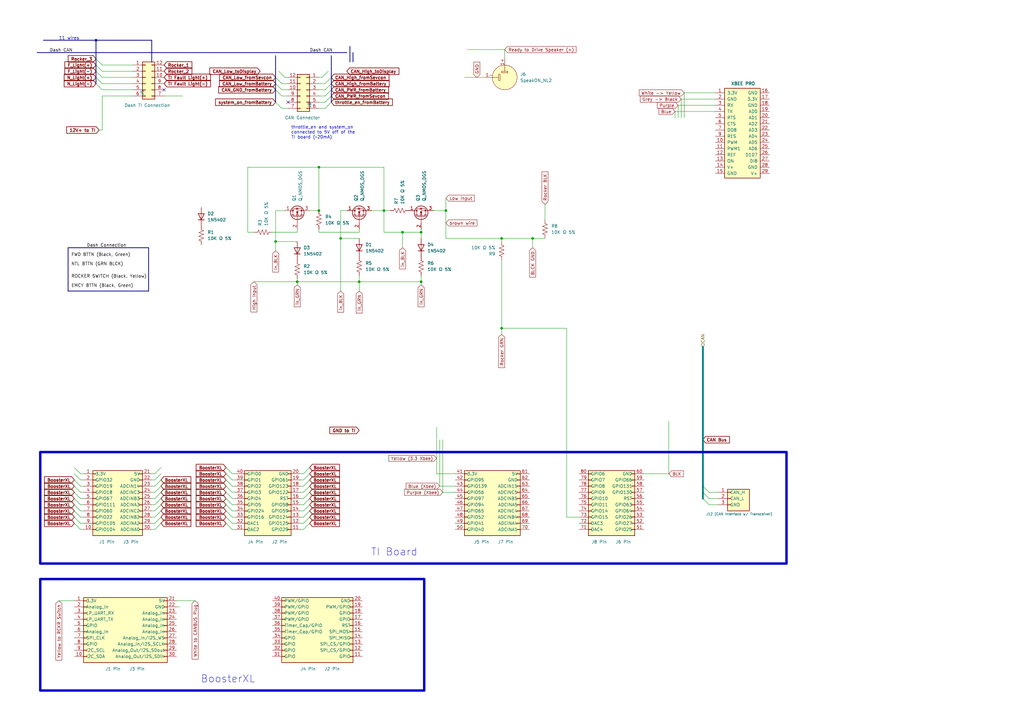
<source format=kicad_sch>
(kicad_sch (version 20230121) (generator eeschema)
  (paper "A3")
  (lib_symbols
    (symbol "Conn_02x06_Counter_Clockwise_1" (pin_names (offset 1.016))
      (property "Value" "J1 Pin	J3 Pin" (at -6.35 -22.86 0))
      (symbol "Conn_02x06_Counter_Clockwise_1_1_1"
        (pin passive line (at -12.7 5.08 0) (length 3.81) (name "3.3V") (number "1"))
        (pin passive line (at -12.7 -17.78 0) (length 3.81) (name "GPIO104") (number "10"))
        (pin passive line (at -12.7 2.54 0) (length 3.81) (name "GPIO32") (number "2"))
        (pin passive line (at 15.24 5.08 180) (length 3.81) (name "5V") (number "21"))
        (pin passive line (at 15.24 2.54 180) (length 3.81) (name "GND") (number "22"))
        (pin passive line (at 15.24 0 180) (length 3.81) (name "ADCIN14") (number "23"))
        (pin passive line (at 15.24 -2.54 180) (length 3.81) (name "ADCINC3") (number "24"))
        (pin passive line (at 15.24 -5.08 180) (length 3.81) (name "ADCINB3") (number "25"))
        (pin passive line (at 15.24 -7.62 180) (length 3.81) (name "ADCINA3") (number "26"))
        (pin passive line (at 15.24 -10.16 180) (length 3.81) (name "ADCINC2") (number "27"))
        (pin passive line (at 15.24 -12.7 180) (length 3.81) (name "ADCINB2") (number "28"))
        (pin passive line (at 15.24 -15.24 180) (length 3.81) (name "ADCINA2") (number "29"))
        (pin passive line (at -12.7 0 0) (length 3.81) (name "GPIO19") (number "3"))
        (pin passive line (at 15.24 -17.78 180) (length 3.81) (name "ADCINA0") (number "30"))
        (pin passive line (at -12.7 -2.54 0) (length 3.81) (name "GPIO18") (number "4"))
        (pin passive line (at -12.7 -5.08 0) (length 3.81) (name "GPIO67") (number "5"))
        (pin passive line (at -12.7 -7.62 0) (length 3.81) (name "GPIO111") (number "6"))
        (pin passive line (at -12.7 -10.16 0) (length 3.81) (name "GPIO60") (number "7"))
        (pin passive line (at -12.7 -12.7 0) (length 3.81) (name "GPIO22") (number "8"))
        (pin passive line (at -12.7 -15.24 0) (length 3.81) (name "GPIO105") (number "9"))
      )
    )
    (symbol "Conn_02x06_Counter_Clockwise_2" (pin_names (offset 1.016))
      (property "Value" "J4 Pin	J2 Pin" (at -11.43 -22.86 0))
      (symbol "Conn_02x06_Counter_Clockwise_2_1_1"
        (pin passive line (at 10.16 -17.78 180) (length 3.81) (name "GPIO29") (number "11"))
        (pin passive line (at 10.16 -15.24 180) (length 3.81) (name "GPIO125") (number "12"))
        (pin passive line (at 10.16 -12.7 180) (length 3.81) (name "GPIO124") (number "13"))
        (pin passive line (at 10.16 -10.16 180) (length 3.81) (name "GPIO59") (number "14"))
        (pin passive line (at 10.16 -7.62 180) (length 3.81) (name "GPIO58") (number "15"))
        (pin passive line (at 10.16 -5.08 180) (length 3.81) (name "RST") (number "16"))
        (pin passive line (at 10.16 -2.54 180) (length 3.81) (name "GPIO122") (number "17"))
        (pin passive line (at 10.16 0 180) (length 3.81) (name "GPIO123") (number "18"))
        (pin passive line (at 10.16 2.54 180) (length 3.81) (name "GPIO61") (number "19"))
        (pin passive line (at 10.16 5.08 180) (length 3.81) (name "GND") (number "20"))
        (pin passive line (at -16.51 -17.78 0) (length 3.81) (name "DAC2") (number "31"))
        (pin passive line (at -16.51 -15.24 0) (length 3.81) (name "DAC1") (number "32"))
        (pin passive line (at -16.51 -12.7 0) (length 3.81) (name "GPIO16") (number "33"))
        (pin passive line (at -16.51 -10.16 0) (length 3.81) (name "GPIO24") (number "34"))
        (pin passive line (at -16.51 -7.62 0) (length 3.81) (name "GPIO5") (number "35"))
        (pin passive line (at -16.51 -5.08 0) (length 3.81) (name "GPIO4") (number "36"))
        (pin passive line (at -16.51 -2.54 0) (length 3.81) (name "GPIO3") (number "37"))
        (pin passive line (at -16.51 0 0) (length 3.81) (name "GPIO2") (number "38"))
        (pin passive line (at -16.51 2.54 0) (length 3.81) (name "GPIO1") (number "39"))
        (pin passive line (at -16.51 5.08 0) (length 3.81) (name "GPIO0") (number "40"))
      )
    )
    (symbol "Conn_02x06_Counter_Clockwise_3" (pin_names (offset 1.016))
      (property "Value" "J5 Pin	J7 Pin" (at -13.97 -22.86 0))
      (symbol "Conn_02x06_Counter_Clockwise_3_1_1"
        (pin passive line (at -21.59 5.08 0) (length 3.81) (name "3.3V") (number "41"))
        (pin passive line (at -21.59 2.54 0) (length 3.81) (name "GPIO95") (number "42"))
        (pin passive line (at -21.59 0 0) (length 3.81) (name "GPIO139") (number "43"))
        (pin passive line (at -21.59 -2.54 0) (length 3.81) (name "GPIO56") (number "44"))
        (pin passive line (at -21.59 -5.08 0) (length 3.81) (name "GPIO97") (number "45"))
        (pin passive line (at -21.59 -7.62 0) (length 3.81) (name "GPIO94") (number "46"))
        (pin passive line (at -21.59 -10.16 0) (length 3.81) (name "GPIO65") (number "47"))
        (pin passive line (at -21.59 -12.7 0) (length 3.81) (name "GPIO52") (number "48"))
        (pin passive line (at -21.59 -15.24 0) (length 3.81) (name "GPIO41") (number "49"))
        (pin passive line (at -21.59 -17.78 0) (length 3.81) (name "GPIO40") (number "50"))
        (pin passive line (at 8.89 5.08 180) (length 3.81) (name "5V") (number "61"))
        (pin passive line (at 8.89 2.54 180) (length 3.81) (name "GND") (number "62"))
        (pin passive line (at 8.89 0 180) (length 3.81) (name "ADCIN15") (number "63"))
        (pin passive line (at 8.89 -2.54 180) (length 3.81) (name "ADCINC5") (number "64"))
        (pin passive line (at 8.89 -5.08 180) (length 3.81) (name "ADCINB5") (number "65"))
        (pin passive line (at 8.89 -7.62 180) (length 3.81) (name "ADCINA5") (number "66"))
        (pin passive line (at 8.89 -10.16 180) (length 3.81) (name "ADCINC4") (number "67"))
        (pin passive line (at 8.89 -12.7 180) (length 3.81) (name "ADCINB4") (number "68"))
        (pin passive line (at 8.89 -15.24 180) (length 3.81) (name "ADCINA4") (number "69"))
        (pin passive line (at 8.89 -17.78 180) (length 3.81) (name "ADCINA1") (number "70"))
      )
    )
    (symbol "Conn_02x06_Counter_Clockwise_4" (pin_names (offset 1.016))
      (property "Value" "J8 Pin	J6 Pin" (at -10.16 -22.86 0))
      (symbol "Conn_02x06_Counter_Clockwise_4_1_1"
        (pin passive line (at 11.43 -17.78 180) (length 3.81) (name "GPIO25") (number "51"))
        (pin passive line (at 11.43 -15.24 180) (length 3.81) (name "GPIO27") (number "52"))
        (pin passive line (at 11.43 -12.7 180) (length 3.81) (name "GPIO26") (number "53"))
        (pin passive line (at 11.43 -10.16 180) (length 3.81) (name "GPIO64") (number "54"))
        (pin passive line (at 11.43 -7.62 180) (length 3.81) (name "GPIO63") (number "55"))
        (pin passive line (at 11.43 -5.08 180) (length 3.81) (name "RST") (number "56"))
        (pin passive line (at 11.43 -2.54 180) (length 3.81) (name "GPIO130") (number "57"))
        (pin passive line (at 11.43 0 180) (length 3.81) (name "GPIO131") (number "58"))
        (pin passive line (at 11.43 2.54 180) (length 3.81) (name "GPIO66") (number "59"))
        (pin passive line (at 11.43 5.08 180) (length 3.81) (name "GND") (number "60"))
        (pin passive line (at -15.24 -17.78 0) (length 3.81) (name "DAC4") (number "71"))
        (pin passive line (at -15.24 -15.24 0) (length 3.81) (name "DAC3") (number "72"))
        (pin passive line (at -15.24 -12.7 0) (length 3.81) (name "GPIO15") (number "73"))
        (pin passive line (at -15.24 -10.16 0) (length 3.81) (name "GPIO14") (number "74"))
        (pin passive line (at -15.24 -7.62 0) (length 3.81) (name "GPIO11") (number "75"))
        (pin passive line (at -15.24 -5.08 0) (length 3.81) (name "GPIO10") (number "76"))
        (pin passive line (at -15.24 -2.54 0) (length 3.81) (name "GPIO9") (number "77"))
        (pin passive line (at -15.24 0 0) (length 3.81) (name "GPIO8") (number "78"))
        (pin passive line (at -15.24 2.54 0) (length 3.81) (name "GPIO7") (number "79"))
        (pin passive line (at -15.24 5.08 0) (length 3.81) (name "GPIO6") (number "80"))
      )
    )
    (symbol "Conn_02x06_Counter_Clockwise_5" (pin_names (offset 1.016))
      (property "Value" "J12 (CAN Interface w/ Transceiver)" (at -20.32 -3.81 0))
      (symbol "Conn_02x06_Counter_Clockwise_5_1_1"
        (pin passive line (at -15.24 5.08 0) (length 3.81) (name "CAN_H") (number "1"))
        (pin passive line (at -15.24 2.54 0) (length 3.81) (name "CAN_L") (number "2"))
        (pin passive line (at -15.24 0 0) (length 3.81) (name "GND") (number "3"))
      )
    )
    (symbol "Conn_02x06_Counter_Clockwise_6" (pin_names (offset 1.016))
      (property "Value" "XBEE PRO" (at -5.08 20.32 0))
      (symbol "Conn_02x06_Counter_Clockwise_6_1_1"
        (pin passive line (at -11.43 16.51 0) (length 3.81) (name "3.3V") (number "1"))
        (pin passive line (at -11.43 -3.81 0) (length 3.81) (name "PWM") (number "10"))
        (pin passive line (at -11.43 -6.35 0) (length 3.81) (name "PWM1") (number "11"))
        (pin passive line (at -11.43 -8.89 0) (length 3.81) (name "REF") (number "12"))
        (pin passive line (at -11.43 -11.43 0) (length 3.81) (name "ON") (number "13"))
        (pin passive line (at -11.43 -13.97 0) (length 3.81) (name "V+") (number "14"))
        (pin passive line (at -11.43 -16.51 0) (length 3.81) (name "GND") (number "15"))
        (pin passive line (at 10.795 16.51 180) (length 3.81) (name "GND") (number "16"))
        (pin passive line (at 10.795 13.97 180) (length 3.81) (name "3.3V") (number "17"))
        (pin passive line (at 10.795 11.43 180) (length 3.81) (name "GND") (number "18"))
        (pin passive line (at 10.795 8.89 180) (length 3.81) (name "AD0") (number "19"))
        (pin passive line (at -11.43 13.97 0) (length 3.81) (name "GND") (number "2"))
        (pin passive line (at 10.795 6.35 180) (length 3.81) (name "AD1") (number "20"))
        (pin passive line (at 10.795 3.81 180) (length 3.81) (name "AD2") (number "21"))
        (pin passive line (at 10.795 1.27 180) (length 3.81) (name "AD3") (number "22"))
        (pin passive line (at 10.795 -1.27 180) (length 3.81) (name "AD4") (number "23"))
        (pin passive line (at 10.795 -3.81 180) (length 3.81) (name "AD5") (number "24"))
        (pin passive line (at 10.795 -6.35 180) (length 3.81) (name "AD6") (number "25"))
        (pin passive line (at 10.795 -8.89 180) (length 3.81) (name "D107") (number "26"))
        (pin passive line (at 10.795 -11.43 180) (length 3.81) (name "DI8") (number "27"))
        (pin passive line (at 10.795 -13.97 180) (length 3.81) (name "GND") (number "28"))
        (pin passive line (at 10.795 -16.51 180) (length 3.81) (name "V+") (number "29"))
        (pin passive line (at -11.43 11.43 0) (length 3.81) (name "RX") (number "3"))
        (pin passive line (at -11.43 8.89 0) (length 3.81) (name "TX") (number "4"))
        (pin passive line (at -11.43 6.35 0) (length 3.81) (name "RTS") (number "5"))
        (pin passive line (at -11.43 3.81 0) (length 3.81) (name "CTS") (number "6"))
        (pin passive line (at -11.43 1.27 0) (length 3.81) (name "DO8") (number "7"))
        (pin passive line (at -11.43 -1.27 0) (length 3.81) (name "RES") (number "9"))
      )
    )
    (symbol "Conn_02x06_Counter_Clockwise_7" (pin_names (offset 1.016))
      (property "Value" "J4 Pin	J2 Pin" (at -15.24 -22.86 0))
      (symbol "Conn_02x06_Counter_Clockwise_7_1_1"
        (pin passive line (at 10.16 -17.78 180) (length 3.81) (name "GPIO") (number "11"))
        (pin passive line (at 10.16 -15.24 180) (length 3.81) (name "SPI_CS/GPIO") (number "12"))
        (pin passive line (at 10.16 -12.7 180) (length 3.81) (name "SPI_CS/GPIO") (number "13"))
        (pin passive line (at 10.16 -10.16 180) (length 3.81) (name "SPI_MISO") (number "14"))
        (pin passive line (at 10.16 -7.62 180) (length 3.81) (name "SPI_MOSI") (number "15"))
        (pin passive line (at 10.16 -5.08 180) (length 3.81) (name "RST") (number "16"))
        (pin passive line (at 10.16 -2.54 180) (length 3.81) (name "GPIO") (number "17"))
        (pin passive line (at 10.16 0 180) (length 3.81) (name "GPIO") (number "18"))
        (pin passive line (at 10.16 2.54 180) (length 3.81) (name "PWM/GPIO") (number "19"))
        (pin passive line (at 10.16 5.08 180) (length 3.81) (name "GND") (number "20"))
        (pin passive line (at -26.67 -17.78 0) (length 3.81) (name "GPIO") (number "31"))
        (pin passive line (at -26.67 -15.24 0) (length 3.81) (name "GPIO") (number "32"))
        (pin passive line (at -26.67 -12.7 0) (length 3.81) (name "GPIO") (number "33"))
        (pin passive line (at -26.67 -10.16 0) (length 3.81) (name "GPIO") (number "34"))
        (pin passive line (at -26.67 -7.62 0) (length 3.81) (name "Timer_Cap/GPIO") (number "35"))
        (pin passive line (at -26.67 -5.08 0) (length 3.81) (name "Timer_Cap/GPIO") (number "36"))
        (pin passive line (at -26.67 -2.54 0) (length 3.81) (name "PWM/GPIO") (number "37"))
        (pin passive line (at -26.67 0 0) (length 3.81) (name "PWM/GPIO") (number "38"))
        (pin passive line (at -26.67 2.54 0) (length 3.81) (name "PWM/GPIO") (number "39"))
        (pin passive line (at -26.67 5.08 0) (length 3.81) (name "PWM/GPIO") (number "40"))
      )
    )
    (symbol "Conn_02x06_Counter_Clockwise_8" (pin_names (offset 1.016))
      (property "Value" "J1 Pin	J3 Pin" (at 0 -22.86 0))
      (symbol "Conn_02x06_Counter_Clockwise_8_1_1"
        (pin passive line (at -12.7 5.08 0) (length 3.81) (name "3.3V") (number "1"))
        (pin passive line (at -12.7 -17.78 0) (length 3.81) (name "I2C_SDA") (number "10"))
        (pin passive line (at -12.7 2.54 0) (length 3.81) (name "Analog_In") (number "2"))
        (pin passive line (at 29.21 5.08 180) (length 3.81) (name "5V") (number "21"))
        (pin passive line (at 29.21 2.54 180) (length 3.81) (name "GND") (number "22"))
        (pin passive line (at 29.21 0 180) (length 3.81) (name "Analog_In") (number "23"))
        (pin passive line (at 29.21 -2.54 180) (length 3.81) (name "Analog_In") (number "24"))
        (pin passive line (at 29.21 -5.08 180) (length 3.81) (name "Analog_In") (number "25"))
        (pin passive line (at 29.21 -7.62 180) (length 3.81) (name "Analog_In") (number "26"))
        (pin passive line (at 29.21 -10.16 180) (length 3.81) (name "Analog_In/I2S_WS") (number "27"))
        (pin passive line (at 29.21 -12.7 180) (length 3.81) (name "Analog_In/I2S_SCLK") (number "28"))
        (pin passive line (at 29.21 -15.24 180) (length 3.81) (name "Analog_Out/I2S_SDout") (number "29"))
        (pin passive line (at -12.7 0 0) (length 3.81) (name "LP_UART_RX") (number "3"))
        (pin passive line (at 29.21 -17.78 180) (length 3.81) (name "Analog_Out/I2S_SDin") (number "30"))
        (pin passive line (at -12.7 -2.54 0) (length 3.81) (name "LP_UART_TX") (number "4"))
        (pin passive line (at -12.7 -5.08 0) (length 3.81) (name "GPIO") (number "5"))
        (pin passive line (at -12.7 -7.62 0) (length 3.81) (name "Analog_In") (number "6"))
        (pin passive line (at -12.7 -10.16 0) (length 3.81) (name "SPI_CLK") (number "7"))
        (pin passive line (at -12.7 -12.7 0) (length 3.81) (name "GPIO") (number "8"))
        (pin passive line (at -12.7 -15.24 0) (length 3.81) (name "I2C_SCL") (number "9"))
      )
    )
    (symbol "Connector_Audio:SpeakON_NL2" (pin_names hide)
      (property "Reference" "J" (at 2.54 8.89 0))
      (property "Value" "SpeakON_NL2" (at 7.62 6.35 0))
      (symbol "SpeakON_NL2_0_1"
        (pin passive line (at -7.62 0 0) (length 2.54) (name "1-") (number "1-"))
      )
      (symbol "SpeakON_NL2_1_1"
        (pin passive line (at 0 7.62 270) (length 2.54) (name "1+") (number "1+"))
      )
    )
    (symbol "Connector_Generic:Conn_02x06_Counter_Clockwise" (pin_names (offset 1.016) hide)
      (property "Reference" "J" (at 1.27 7.62 0))
      (property "Value" "Conn_02x06_Counter_Clockwise" (at 1.27 -10.16 0))
      (symbol "Conn_02x06_Counter_Clockwise_1_1"
        (pin passive line (at -5.08 5.08 0) (length 3.81) (name "Pin_1") (number "1"))
        (pin passive line (at 7.62 0 180) (length 3.81) (name "Pin_10") (number "10"))
        (pin passive line (at 7.62 2.54 180) (length 3.81) (name "Pin_11") (number "11"))
        (pin passive line (at 7.62 5.08 180) (length 3.81) (name "Pin_12") (number "12"))
        (pin passive line (at -5.08 2.54 0) (length 3.81) (name "Pin_2") (number "2"))
        (pin passive line (at -5.08 0 0) (length 3.81) (name "Pin_3") (number "3"))
        (pin passive line (at -5.08 -2.54 0) (length 3.81) (name "Pin_4") (number "4"))
        (pin passive line (at -5.08 -5.08 0) (length 3.81) (name "Pin_5") (number "5"))
        (pin passive line (at -5.08 -7.62 0) (length 3.81) (name "Pin_6") (number "6"))
        (pin passive line (at 7.62 -7.62 180) (length 3.81) (name "Pin_7") (number "7"))
        (pin passive line (at 7.62 -5.08 180) (length 3.81) (name "Pin_8") (number "8"))
        (pin passive line (at 7.62 -2.54 180) (length 3.81) (name "Pin_9") (number "9"))
      )
    )
    (symbol "Device:Q_NMOS_DGS" (pin_names (offset 0) hide)
      (property "Reference" "Q" (at 5.08 1.27 0))
      (property "Value" "Q_NMOS_DGS" (at 5.08 -1.27 0))
      (symbol "Q_NMOS_DGS_1_1"
        (pin passive line (at 2.54 5.08 270) (length 2.54) (name "D") (number "1"))
        (pin input line (at -5.08 0 0) (length 2.54) (name "G") (number "2"))
        (pin passive line (at 2.54 -5.08 90) (length 2.54) (name "S") (number "3"))
      )
    )
    (symbol "Device:R_US" (pin_numbers hide) (pin_names (offset 0))
      (property "Reference" "R" (at 2.54 0 90))
      (property "Value" "R_US" (at -2.54 0 90))
      (symbol "R_US_1_1"
        (pin passive line (at 0 3.81 270) (length 1.27) (name "~") (number "1"))
        (pin passive line (at 0 -3.81 90) (length 1.27) (name "~") (number "2"))
      )
    )
    (symbol "Diode:1N5402" (pin_numbers hide) (pin_names hide)
      (property "Reference" "D" (at 0 2.54 0))
      (property "Value" "1N5402" (at 0 -2.54 0))
      (symbol "1N5402_1_1"
        (pin passive line (at -3.81 0 0) (length 2.54) (name "K") (number "1"))
        (pin passive line (at 3.81 0 180) (length 2.54) (name "A") (number "2"))
      )
    )
  )
  (junction (at 130.81 86.36))
  (junction (at 172.72 115.57))
  (junction (at 218.44 97.79))
  (junction (at 182.88 86.36))
  (junction (at 39.37 16.51))
  (junction (at 139.7 97.79))
  (junction (at 172.72 95.25))
  (junction (at 130.81 68.58))
  (junction (at 205.74 134.62))
  (junction (at 157.48 86.36))
  (junction (at 205.74 97.79))
  (junction (at 147.32 115.57))
  (junction (at 121.92 115.57))
  (junction (at 113.03 99.06))
  (junction (at 165.1 95.25))
  (no_connect (at 118.11 41.91))
  (no_connect (at 67.31 36.83))
  (bus_entry (at 39.37 29.21) (size 2.54 2.54))
  (bus_entry (at 66.04 204.47) (size -2.54 2.54))
  (bus_entry (at 133.35 39.37) (size 2.54 -2.54))
  (bus_entry (at 66.04 196.85) (size -2.54 2.54))
  (bus_entry (at 39.37 24.13) (size 2.54 2.54))
  (bus_entry (at 39.37 31.75) (size 2.54 2.54))
  (bus_entry (at 116.84 31.75) (size -2.54 -2.54))
  (bus_entry (at 66.04 212.09) (size -2.54 2.54))
  (bus_entry (at 127 201.93) (size -2.54 2.54))
  (bus_entry (at 66.04 194.31) (size -2.54 2.54))
  (bus_entry (at 288.29 201.93) (size 2.54 2.54))
  (bus_entry (at 92.71 212.09) (size 2.54 2.54))
  (bus_entry (at 92.71 191.77) (size 2.54 2.54))
  (bus_entry (at 30.48 196.85) (size 2.54 2.54))
  (bus_entry (at 127 212.09) (size -2.54 2.54))
  (bus_entry (at 66.04 209.55) (size -2.54 2.54))
  (bus_entry (at 288.29 204.47) (size 2.54 2.54))
  (bus_entry (at 133.35 41.91) (size 2.54 -2.54))
  (bus_entry (at 127 209.55) (size -2.54 2.54))
  (bus_entry (at 133.35 34.29) (size 2.54 -2.54))
  (bus_entry (at 92.71 196.85) (size 2.54 2.54))
  (bus_entry (at 92.71 214.63) (size 2.54 2.54))
  (bus_entry (at 92.71 209.55) (size 2.54 2.54))
  (bus_entry (at 30.48 199.39) (size 2.54 2.54))
  (bus_entry (at 30.48 191.77) (size 2.54 2.54))
  (bus_entry (at 127 207.01) (size -2.54 2.54))
  (bus_entry (at 127 214.63) (size -2.54 2.54))
  (bus_entry (at 66.04 207.01) (size -2.54 2.54))
  (bus_entry (at 115.57 36.83) (size -2.54 -2.54))
  (bus_entry (at 39.37 26.67) (size 2.54 2.54))
  (bus_entry (at 132.08 31.75) (size 2.54 -2.54))
  (bus_entry (at 92.71 207.01) (size 2.54 2.54))
  (bus_entry (at 115.57 39.37) (size -2.54 -2.54))
  (bus_entry (at 288.29 199.39) (size 2.54 2.54))
  (bus_entry (at 30.48 194.31) (size 2.54 2.54))
  (bus_entry (at 30.48 207.01) (size 2.54 2.54))
  (bus_entry (at 92.71 194.31) (size 2.54 2.54))
  (bus_entry (at 30.48 204.47) (size 2.54 2.54))
  (bus_entry (at 66.04 191.77) (size -2.54 2.54))
  (bus_entry (at 30.48 214.63) (size 2.54 2.54))
  (bus_entry (at 127 194.31) (size -2.54 2.54))
  (bus_entry (at 115.57 34.29) (size -2.54 -2.54))
  (bus_entry (at 30.48 212.09) (size 2.54 2.54))
  (bus_entry (at 92.71 204.47) (size 2.54 2.54))
  (bus_entry (at 30.48 209.55) (size 2.54 2.54))
  (bus_entry (at 127 196.85) (size -2.54 2.54))
  (bus_entry (at 66.04 199.39) (size -2.54 2.54))
  (bus_entry (at 133.35 36.83) (size 2.54 -2.54))
  (bus_entry (at 92.71 199.39) (size 2.54 2.54))
  (bus_entry (at 127 204.47) (size -2.54 2.54))
  (bus_entry (at 66.04 201.93) (size -2.54 2.54))
  (bus_entry (at 133.35 44.45) (size 2.54 -2.54))
  (bus_entry (at 127 199.39) (size -2.54 2.54))
  (bus_entry (at 30.48 201.93) (size 2.54 2.54))
  (bus_entry (at 127 191.77) (size -2.54 2.54))
  (bus_entry (at 39.37 34.29) (size 2.54 2.54))
  (bus_entry (at 92.71 201.93) (size 2.54 2.54))
  (bus_entry (at 115.57 44.45) (size -2.54 -2.54))
  (bus_entry (at 66.04 214.63) (size -2.54 2.54))
  (wire (pts (xy 113.03 99.06) (xy 121.92 99.06)))
  (wire (pts (xy 118.11 36.83) (xy 115.57 36.83)))
  (wire (pts (xy 123.19 217.17) (xy 124.46 217.17)))
  (bus (pts (xy 39.37 29.21) (xy 39.37 31.75)))
  (bus (pts (xy 39.37 16.51) (xy 39.37 24.13)))
  (wire (pts (xy 101.6 95.25) (xy 101.6 68.58)))
  (wire (pts (xy 186.69 199.39) (xy 180.34 199.39)))
  (bus (pts (xy 113.03 36.83) (xy 113.03 41.91)))
  (wire (pts (xy 33.02 199.39) (xy 34.29 199.39)))
  (wire (pts (xy 123.19 199.39) (xy 124.46 199.39)))
  (wire (pts (xy 33.02 194.31) (xy 34.29 194.31)))
  (wire (pts (xy 172.72 116.84) (xy 172.72 115.57)))
  (wire (pts (xy 293.37 40.64) (xy 279.4 40.64)))
  (wire (pts (xy 95.25 207.01) (xy 96.52 207.01)))
  (wire (pts (xy 237.49 212.09) (xy 232.41 212.09)))
  (wire (pts (xy 123.19 194.31) (xy 124.46 194.31)))
  (wire (pts (xy 290.83 204.47) (xy 294.64 204.47)))
  (wire (pts (xy 33.02 204.47) (xy 34.29 204.47)))
  (wire (pts (xy 62.23 194.31) (xy 63.5 194.31)))
  (bus (pts (xy 288.29 201.93) (xy 288.29 204.47)) (stroke (width 0.75) (color 0 132 132 1)))
  (bus (pts (xy 39.37 24.13) (xy 39.37 26.67)))
  (wire (pts (xy 165.1 95.25) (xy 172.72 95.25)))
  (wire (pts (xy 147.32 95.25) (xy 147.32 93.98)))
  (wire (pts (xy 95.25 201.93) (xy 96.52 201.93)))
  (wire (pts (xy 182.88 86.36) (xy 182.88 97.79)))
  (wire (pts (xy 157.48 86.36) (xy 157.48 95.25)))
  (wire (pts (xy 207.01 24.13) (xy 207.01 20.32)))
  (wire (pts (xy 123.19 196.85) (xy 124.46 196.85)))
  (wire (pts (xy 147.32 115.57) (xy 147.32 113.03)))
  (wire (pts (xy 72.39 248.92) (xy 73.66 248.92)))
  (wire (pts (xy 205.74 137.16) (xy 205.74 134.62)))
  (wire (pts (xy 33.02 201.93) (xy 34.29 201.93)))
  (wire (pts (xy 130.81 93.98) (xy 130.81 95.25)))
  (wire (pts (xy 181.61 180.34) (xy 181.61 201.93)))
  (wire (pts (xy 95.25 194.31) (xy 96.52 194.31)))
  (wire (pts (xy 290.83 207.01) (xy 294.64 207.01)))
  (wire (pts (xy 139.7 97.79) (xy 147.32 97.79)))
  (wire (pts (xy 130.81 36.83) (xy 133.35 36.83)))
  (wire (pts (xy 139.7 86.36) (xy 139.7 97.79)))
  (wire (pts (xy 41.91 29.21) (xy 54.61 29.21)))
  (wire (pts (xy 123.19 207.01) (xy 124.46 207.01)))
  (wire (pts (xy 130.81 44.45) (xy 133.35 44.45)))
  (wire (pts (xy 182.88 86.36) (xy 182.88 81.28)))
  (bus (pts (xy 17.78 16.51) (xy 39.37 16.51)))
  (wire (pts (xy 172.72 115.57) (xy 172.72 113.03)))
  (wire (pts (xy 62.23 209.55) (xy 63.5 209.55)))
  (wire (pts (xy 121.92 95.25) (xy 121.92 93.98)))
  (wire (pts (xy 72.39 246.38) (xy 80.01 246.38)))
  (wire (pts (xy 139.7 86.36) (xy 142.24 86.36)))
  (wire (pts (xy 290.83 201.93) (xy 294.64 201.93)))
  (bus (pts (xy 27.94 101.6) (xy 27.94 119.38)))
  (wire (pts (xy 180.34 180.34) (xy 180.34 199.39)))
  (wire (pts (xy 190.5 31.75) (xy 199.39 31.75)))
  (wire (pts (xy 218.44 101.6) (xy 218.44 97.79)))
  (wire (pts (xy 205.74 99.06) (xy 205.74 97.79)))
  (wire (pts (xy 223.52 83.82) (xy 223.52 90.17)))
  (wire (pts (xy 62.23 204.47) (xy 63.5 204.47)))
  (wire (pts (xy 172.72 95.25) (xy 172.72 93.98)))
  (wire (pts (xy 152.4 86.36) (xy 157.48 86.36)))
  (wire (pts (xy 186.69 201.93) (xy 181.61 201.93)))
  (bus (pts (xy 288.29 199.39) (xy 288.29 201.93)) (stroke (width 0.75) (color 0 132 132 1)))
  (wire (pts (xy 172.72 97.79) (xy 172.72 95.25)))
  (wire (pts (xy 182.88 97.79) (xy 205.74 97.79)))
  (bus (pts (xy 135.89 34.29) (xy 135.89 36.83)))
  (wire (pts (xy 157.48 86.36) (xy 160.02 86.36)))
  (wire (pts (xy 95.25 217.17) (xy 96.52 217.17)))
  (wire (pts (xy 130.81 39.37) (xy 133.35 39.37)))
  (wire (pts (xy 95.25 199.39) (xy 96.52 199.39)))
  (wire (pts (xy 165.1 101.6) (xy 165.1 95.25)))
  (wire (pts (xy 123.19 209.55) (xy 124.46 209.55)))
  (wire (pts (xy 113.03 86.36) (xy 113.03 99.06)))
  (wire (pts (xy 278.13 43.18) (xy 278.13 48.26)))
  (wire (pts (xy 41.91 39.37) (xy 54.61 39.37)))
  (wire (pts (xy 293.37 45.72) (xy 276.86 45.72)))
  (wire (pts (xy 293.37 43.18) (xy 278.13 43.18)))
  (wire (pts (xy 118.11 44.45) (xy 115.57 44.45)))
  (wire (pts (xy 123.19 204.47) (xy 124.46 204.47)))
  (wire (pts (xy 62.23 207.01) (xy 63.5 207.01)))
  (wire (pts (xy 104.14 95.25) (xy 101.6 95.25)))
  (wire (pts (xy 276.86 45.72) (xy 276.86 48.26)))
  (bus (pts (xy 39.37 16.51) (xy 62.23 16.51)))
  (wire (pts (xy 111.76 95.25) (xy 121.92 95.25)))
  (wire (pts (xy 123.19 201.93) (xy 124.46 201.93)))
  (wire (pts (xy 121.92 116.84) (xy 121.92 115.57)))
  (wire (pts (xy 123.19 214.63) (xy 124.46 214.63)))
  (bus (pts (xy 60.96 101.6) (xy 60.96 119.38)))
  (wire (pts (xy 147.32 115.57) (xy 172.72 115.57)))
  (wire (pts (xy 130.81 41.91) (xy 133.35 41.91)))
  (wire (pts (xy 62.23 212.09) (xy 63.5 212.09)))
  (wire (pts (xy 205.74 134.62) (xy 232.41 134.62)))
  (bus (pts (xy 144.78 21.59) (xy 144.78 25.4)))
  (wire (pts (xy 41.91 34.29) (xy 54.61 34.29)))
  (wire (pts (xy 118.11 34.29) (xy 115.57 34.29)))
  (wire (pts (xy 232.41 212.09) (xy 232.41 134.62)))
  (bus (pts (xy 135.89 39.37) (xy 135.89 41.91)))
  (wire (pts (xy 33.02 209.55) (xy 34.29 209.55)))
  (wire (pts (xy 177.8 86.36) (xy 182.88 86.36)))
  (wire (pts (xy 205.74 134.62) (xy 205.74 106.68)))
  (wire (pts (xy 279.4 40.64) (xy 279.4 48.26)))
  (wire (pts (xy 95.25 196.85) (xy 96.52 196.85)))
  (wire (pts (xy 62.23 201.93) (xy 63.5 201.93)))
  (wire (pts (xy 41.91 31.75) (xy 54.61 31.75)))
  (bus (pts (xy 288.29 142.24) (xy 288.29 199.39)) (stroke (width 0.75) (color 0 132 132 1)))
  (wire (pts (xy 33.02 212.09) (xy 34.29 212.09)))
  (wire (pts (xy 62.23 217.17) (xy 63.5 217.17)))
  (wire (pts (xy 179.07 194.31) (xy 186.69 194.31)))
  (wire (pts (xy 121.92 115.57) (xy 147.32 115.57)))
  (wire (pts (xy 33.02 214.63) (xy 34.29 214.63)))
  (wire (pts (xy 123.19 212.09) (xy 124.46 212.09)))
  (wire (pts (xy 157.48 95.25) (xy 165.1 95.25)))
  (wire (pts (xy 157.48 86.36) (xy 157.48 68.58)))
  (wire (pts (xy 95.25 214.63) (xy 96.52 214.63)))
  (wire (pts (xy 113.03 102.87) (xy 113.03 99.06)))
  (wire (pts (xy 139.7 119.38) (xy 139.7 97.79)))
  (wire (pts (xy 130.81 95.25) (xy 147.32 95.25)))
  (wire (pts (xy 41.91 26.67) (xy 54.61 26.67)))
  (wire (pts (xy 41.91 36.83) (xy 54.61 36.83)))
  (wire (pts (xy 130.81 68.58) (xy 130.81 86.36)))
  (wire (pts (xy 74.93 39.37) (xy 67.31 39.37)))
  (wire (pts (xy 62.23 214.63) (xy 63.5 214.63)))
  (wire (pts (xy 121.92 115.57) (xy 121.92 114.3)))
  (bus (pts (xy 113.03 34.29) (xy 113.03 36.83)))
  (bus (pts (xy 39.37 31.75) (xy 39.37 34.29)))
  (wire (pts (xy 147.32 119.38) (xy 147.32 115.57)))
  (wire (pts (xy 33.02 207.01) (xy 34.29 207.01)))
  (wire (pts (xy 205.74 97.79) (xy 218.44 97.79)))
  (wire (pts (xy 280.67 38.1) (xy 280.67 48.26)))
  (wire (pts (xy 101.6 68.58) (xy 130.81 68.58)))
  (wire (pts (xy 40.64 53.34) (xy 41.91 53.34)))
  (wire (pts (xy 62.23 199.39) (xy 63.5 199.39)))
  (wire (pts (xy 118.11 39.37) (xy 115.57 39.37)))
  (bus (pts (xy 143.51 19.05) (xy 143.51 25.4)))
  (wire (pts (xy 118.11 31.75) (xy 116.84 31.75)))
  (wire (pts (xy 62.23 196.85) (xy 63.5 196.85)))
  (bus (pts (xy 60.96 119.38) (xy 27.94 119.38)))
  (bus (pts (xy 27.94 101.6) (xy 60.96 101.6)))
  (wire (pts (xy 130.81 31.75) (xy 132.08 31.75)))
  (wire (pts (xy 274.32 194.31) (xy 274.32 172.72)))
  (bus (pts (xy 135.89 22.86) (xy 135.89 31.75)))
  (wire (pts (xy 95.25 212.09) (xy 96.52 212.09)))
  (wire (pts (xy 33.02 217.17) (xy 34.29 217.17)))
  (wire (pts (xy 95.25 209.55) (xy 96.52 209.55)))
  (wire (pts (xy 218.44 97.79) (xy 223.52 97.79)))
  (bus (pts (xy 62.23 16.51) (xy 62.23 25.4)))
  (wire (pts (xy 191.77 20.32) (xy 207.01 20.32)))
  (wire (pts (xy 33.02 196.85) (xy 34.29 196.85)))
  (bus (pts (xy 135.89 31.75) (xy 135.89 34.29)))
  (wire (pts (xy 95.25 204.47) (xy 96.52 204.47)))
  (wire (pts (xy 116.84 86.36) (xy 113.03 86.36)))
  (wire (pts (xy 41.91 53.34) (xy 41.91 39.37)))
  (wire (pts (xy 130.81 34.29) (xy 133.35 34.29)))
  (wire (pts (xy 280.67 38.1) (xy 293.37 38.1)))
  (bus (pts (xy 15.24 21.59) (xy 142.24 21.59)))
  (bus (pts (xy 39.37 26.67) (xy 39.37 29.21)))
  (wire (pts (xy 130.81 86.36) (xy 127 86.36)))
  (wire (pts (xy 24.13 246.38) (xy 30.48 246.38)))
  (bus (pts (xy 113.03 31.75) (xy 113.03 34.29)))
  (bus (pts (xy 135.89 36.83) (xy 135.89 39.37)))
  (wire (pts (xy 179.07 175.26) (xy 179.07 194.31)))
  (wire (pts (xy 104.14 115.57) (xy 121.92 115.57)))
  (bus (pts (xy 113.03 22.86) (xy 113.03 31.75)))
  (wire (pts (xy 264.16 194.31) (xy 274.32 194.31)))
  (wire (pts (xy 157.48 68.58) (xy 130.81 68.58)))
  (rectangle (start 16.51 185.42) (end 322.58 231.14) (stroke (width 1)))
  (rectangle (start 16.51 237.49) (end 173.99 283.21) (stroke (width 1)))
  (text_box "TI Board" (at 149.86 222.25 0) (size 25.4 7.62) (stroke (width -0.0001)) (effects (font (size 3 3)) (justify left top)))
  (text_box "BoosterXL\n" (at 80.01 274.32 0) (size 25.4 7.62) (stroke (width -0.0001)) (effects (font (size 3 3)) (justify left top)))
  (text_box "" (at 168.91 238.76 0) (size 0 0) (effects (font (size 2.5 2.5)) (justify left top)))
  (text "11 wires" (at 24.13 16.51 0) (effects (font (size 1.27 1.27)) (justify left bottom)))
  (text "throttle_en and system_on\nconnected to 5V off of the\nTI board (~20mA)" (at 119.38 57.15 0) (effects (font (size 1.27 1.27)) (justify left bottom)))
  (label "EMCY BTTN (Black, Green)" (at 29.21 118.11 0))
  (label "Dash Connection" (at 35.56 101.6 0))
  (label "Dash CAN" (at 127 21.59 0))
  (label "NTL BTTN (GRN BLCK)" (at 29.21 109.22 0))
  (label "FWD BTTN (Black, Green)" (at 29.21 105.41 0))
  (label "ROCKER SWITCH (Black, Yellow)" (at 29.21 114.3 0))
  (label "Dash CAN" (at 20.32 21.59 0))
  (global_label "BoosterXL" (shape input) (at 127 207.01 0) (effects (font (thickness 0.254) bold)) (property "Intersheetrefs" "${INTERSHEET_REFS}" (effects hide)))
  (global_label "High Input" (shape input) (at 104.14 115.57 270) (property "Intersheetrefs" "${INTERSHEET_REFS}" (effects hide)))
  (global_label "BoosterXL" (shape input) (at 30.48 209.55 180) (effects (font (thickness 0.254) bold)) (property "Intersheetrefs" "${INTERSHEET_REFS}" (effects hide)))
  (global_label "in_GRN" (shape input) (at 172.72 116.84 270) (property "Intersheetrefs" "${INTERSHEET_REFS}" (effects hide)))
  (global_label "in_BLK" (shape input) (at 165.1 101.6 270) (property "Intersheetrefs" "${INTERSHEET_REFS}" (effects hide)))
  (global_label "CAN_High_toDisplay" (shape input) (at 142.24 29.21 0) (effects (font (thickness 0.254) bold)) (property "Intersheetrefs" "${INTERSHEET_REFS}" (effects hide)))
  (global_label "GND" (shape input) (at 195.58 31.75 90) (property "Intersheetrefs" "${INTERSHEET_REFS}" (effects hide)))
  (global_label "BoosterXL" (shape input) (at 92.71 212.09 180) (effects (font (thickness 0.254) bold)) (property "Intersheetrefs" "${INTERSHEET_REFS}" (effects hide)))
  (global_label "N_Light(-)" (shape input) (at 39.37 34.29 180) (effects (font (thickness 0.254) bold)) (property "Intersheetrefs" "${INTERSHEET_REFS}" (effects hide)))
  (global_label "BoosterXL" (shape input) (at 92.71 214.63 180) (effects (font (thickness 0.254) bold)) (property "Intersheetrefs" "${INTERSHEET_REFS}" (effects hide)))
  (global_label "BoosterXL" (shape input) (at 66.04 209.55 0) (effects (font (thickness 0.254) bold)) (property "Intersheetrefs" "${INTERSHEET_REFS}" (effects hide)))
  (global_label "throttle_en_fromBattery" (shape input) (at 135.89 41.91 0) (effects (font (thickness 0.254) bold)) (property "Intersheetrefs" "${INTERSHEET_REFS}" (effects hide)))
  (global_label "Rocker_1" (shape input) (at 67.31 26.67 0) (effects (font (thickness 0.254) bold)) (property "Intersheetrefs" "${INTERSHEET_REFS}" (effects hide)))
  (global_label "BoosterXL" (shape input) (at 127 199.39 0) (effects (font (thickness 0.254) bold)) (property "Intersheetrefs" "${INTERSHEET_REFS}" (effects hide)))
  (global_label "BoosterXL" (shape input) (at 66.04 199.39 0) (effects (font (thickness 0.254) bold)) (property "Intersheetrefs" "${INTERSHEET_REFS}" (effects hide)))
  (global_label "BoosterXL" (shape input) (at 127 196.85 0) (effects (font (thickness 0.254) bold)) (property "Intersheetrefs" "${INTERSHEET_REFS}" (effects hide)))
  (global_label "CAN_Low_toDisplay" (shape input) (at 106.68 29.21 180) (effects (font (thickness 0.254) bold)) (property "Intersheetrefs" "${INTERSHEET_REFS}" (effects hide)))
  (global_label "CAN_PWR_fromBattery" (shape input) (at 135.89 36.83 0) (effects (font (thickness 0.254) bold)) (property "Intersheetrefs" "${INTERSHEET_REFS}" (effects hide)))
  (global_label "Low input" (shape input) (at 182.88 81.28 0) (property "Intersheetrefs" "${INTERSHEET_REFS}" (effects hide)))
  (global_label "BoosterXL" (shape input) (at 30.48 196.85 180) (effects (font (thickness 0.254) bold)) (property "Intersheetrefs" "${INTERSHEET_REFS}" (effects hide)))
  (global_label "BoosterXL" (shape input) (at 30.48 201.93 180) (effects (font (thickness 0.254) bold)) (property "Intersheetrefs" "${INTERSHEET_REFS}" (effects hide)))
  (global_label "in_BLK" (shape input) (at 139.7 119.38 270) (property "Intersheetrefs" "${INTERSHEET_REFS}" (effects hide)))
  (global_label "BoosterXL" (shape input) (at 66.04 212.09 0) (effects (font (thickness 0.254) bold)) (property "Intersheetrefs" "${INTERSHEET_REFS}" (effects hide)))
  (global_label "CAN_High_fromSevcon" (shape input) (at 135.89 31.75 0) (effects (font (thickness 0.254) bold)) (property "Intersheetrefs" "${INTERSHEET_REFS}" (effects hide)))
  (global_label "in_GRN" (shape input) (at 147.32 119.38 270) (property "Intersheetrefs" "${INTERSHEET_REFS}" (effects hide)))
  (global_label "brown wire" (shape input) (at 182.88 91.44 0) (property "Intersheetrefs" "${INTERSHEET_REFS}" (effects hide)))
  (global_label "BoosterXL" (shape input) (at 30.48 214.63 180) (effects (font (thickness 0.254) bold)) (property "Intersheetrefs" "${INTERSHEET_REFS}" (effects hide)))
  (global_label "Purple" (shape input) (at 278.13 43.18 180) (property "Intersheetrefs" "${INTERSHEET_REFS}" (effects hide)))
  (global_label "BoosterXL" (shape input) (at 66.04 201.93 0) (effects (font (thickness 0.254) bold)) (property "Intersheetrefs" "${INTERSHEET_REFS}" (effects hide)))
  (global_label "BoosterXL" (shape input) (at 30.48 199.39 180) (effects (font (thickness 0.254) bold)) (property "Intersheetrefs" "${INTERSHEET_REFS}" (effects hide)))
  (global_label "Yellow (3.3 Xbee)" (shape input) (at 179.07 187.96 180) (property "Intersheetrefs" "${INTERSHEET_REFS}" (effects hide)))
  (global_label "BoosterXL" (shape input) (at 66.04 196.85 0) (effects (font (thickness 0.254) bold)) (property "Intersheetrefs" "${INTERSHEET_REFS}" (effects hide)))
  (global_label "BoosterXL" (shape input) (at 66.04 214.63 0) (effects (font (thickness 0.254) bold)) (property "Intersheetrefs" "${INTERSHEET_REFS}" (effects hide)))
  (global_label "F_Light(+)" (shape input) (at 39.37 26.67 180) (effects (font (thickness 0.254) bold)) (property "Intersheetrefs" "${INTERSHEET_REFS}" (effects hide)))
  (global_label "White to CANBUS Plug" (shape input) (at 80.01 246.38 270) (property "Intersheetrefs" "${INTERSHEET_REFS}" (effects hide)))
  (global_label "TI Fault Light(+)" (shape input) (at 67.31 31.75 0) (effects (font (thickness 0.254) bold)) (property "Intersheetrefs" "${INTERSHEET_REFS}" (effects hide)))
  (global_label "CAN_Low_fromBattery" (shape input) (at 113.03 34.29 180) (effects (font (thickness 0.254) bold)) (property "Intersheetrefs" "${INTERSHEET_REFS}" (effects hide)))
  (global_label "White -> Yellow" (shape input) (at 280.67 38.1 180) (property "Intersheetrefs" "${INTERSHEET_REFS}" (effects hide)))
  (global_label "Yellow to RCKR Switch" (shape input) (at 24.13 246.38 270) (property "Intersheetrefs" "${INTERSHEET_REFS}" (effects hide)))
  (global_label "BoosterXL" (shape input) (at 66.04 207.01 0) (effects (font (thickness 0.254) bold)) (property "Intersheetrefs" "${INTERSHEET_REFS}" (effects hide)))
  (global_label "BoosterXL" (shape input) (at 127 212.09 0) (effects (font (thickness 0.254) bold)) (property "Intersheetrefs" "${INTERSHEET_REFS}" (effects hide)))
  (global_label "BoosterXL" (shape input) (at 92.71 207.01 180) (effects (font (thickness 0.254) bold)) (property "Intersheetrefs" "${INTERSHEET_REFS}" (effects hide)))
  (global_label "Rocker GRN" (shape input) (at 205.74 137.16 270) (property "Intersheetrefs" "${INTERSHEET_REFS}" (effects hide)))
  (global_label "BoosterXL" (shape input) (at 127 201.93 0) (effects (font (thickness 0.254) bold)) (property "Intersheetrefs" "${INTERSHEET_REFS}" (effects hide)))
  (global_label "BoosterXL" (shape input) (at 127 209.55 0) (effects (font (thickness 0.254) bold)) (property "Intersheetrefs" "${INTERSHEET_REFS}" (effects hide)))
  (global_label "BoosterXL" (shape input) (at 30.48 207.01 180) (effects (font (thickness 0.254) bold)) (property "Intersheetrefs" "${INTERSHEET_REFS}" (effects hide)))
  (global_label "12V+ to TI" (shape input) (at 40.64 53.34 180) (effects (font bold)) (property "Intersheetrefs" "${INTERSHEET_REFS}" (effects hide)))
  (global_label "GND to TI" (shape input) (at 147.32 176.53 180) (effects (font bold)) (property "Intersheetrefs" "${INTERSHEET_REFS}" (effects hide)))
  (global_label "TI Fault Light(-)" (shape input) (at 67.31 34.29 0) (effects (font (thickness 0.254) bold)) (property "Intersheetrefs" "${INTERSHEET_REFS}" (effects hide)))
  (global_label "BoosterXL" (shape input) (at 127 214.63 0) (effects (font (thickness 0.254) bold)) (property "Intersheetrefs" "${INTERSHEET_REFS}" (effects hide)))
  (global_label "Ready to Drive Speaker (+)" (shape input) (at 207.01 20.32 0) (property "Intersheetrefs" "${INTERSHEET_REFS}" (effects hide)))
  (global_label "BoosterXL" (shape input) (at 127 191.77 0) (effects (font (thickness 0.254) bold)) (property "Intersheetrefs" "${INTERSHEET_REFS}" (effects hide)))
  (global_label "BLK" (shape input) (at 274.32 194.31 0) (property "Intersheetrefs" "${INTERSHEET_REFS}" (effects hide)))
  (global_label "CAN_Low_fromSevcon" (shape input) (at 113.03 31.75 180) (effects (font (thickness 0.254) bold)) (property "Intersheetrefs" "${INTERSHEET_REFS}" (effects hide)))
  (global_label "in_BLK" (shape input) (at 113.03 102.87 270) (property "Intersheetrefs" "${INTERSHEET_REFS}" (effects hide)))
  (global_label "BoosterXL" (shape input) (at 92.71 204.47 180) (effects (font (thickness 0.254) bold)) (property "Intersheetrefs" "${INTERSHEET_REFS}" (effects hide)))
  (global_label "BoosterXL" (shape input) (at 66.04 204.47 0) (effects (font (thickness 0.254) bold)) (property "Intersheetrefs" "${INTERSHEET_REFS}" (effects hide)))
  (global_label "Blue" (shape input) (at 276.86 45.72 180) (property "Intersheetrefs" "${INTERSHEET_REFS}" (effects hide)))
  (global_label "Rocker BLK" (shape input) (at 223.52 83.82 90) (property "Intersheetrefs" "${INTERSHEET_REFS}" (effects hide)))
  (global_label "BoosterXL" (shape input) (at 30.48 204.47 180) (effects (font (thickness 0.254) bold)) (property "Intersheetrefs" "${INTERSHEET_REFS}" (effects hide)))
  (global_label "BoosterXL" (shape input) (at 30.48 212.09 180) (effects (font (thickness 0.254) bold)) (property "Intersheetrefs" "${INTERSHEET_REFS}" (effects hide)))
  (global_label "in_GRN" (shape input) (at 121.92 116.84 270) (property "Intersheetrefs" "${INTERSHEET_REFS}" (effects hide)))
  (global_label "BoosterXL" (shape input) (at 92.71 191.77 180) (effects (font (thickness 0.254) bold)) (property "Intersheetrefs" "${INTERSHEET_REFS}" (effects hide)))
  (global_label "CAN_PWR_fromSevcon" (shape input) (at 135.89 39.37 0) (effects (font (thickness 0.254) bold)) (property "Intersheetrefs" "${INTERSHEET_REFS}" (effects hide)))
  (global_label "CAN Bus" (shape input) (at 288.29 180.34 0) (effects (font (thickness 0.254) bold)) (property "Intersheetrefs" "${INTERSHEET_REFS}" (effects hide)))
  (global_label "BoosterXL" (shape input) (at 92.71 196.85 180) (effects (font (thickness 0.254) bold)) (property "Intersheetrefs" "${INTERSHEET_REFS}" (effects hide)))
  (global_label "CAN_GND_fromBattery" (shape input) (at 113.03 36.83 180) (effects (font (thickness 0.254) bold)) (property "Intersheetrefs" "${INTERSHEET_REFS}" (effects hide)))
  (global_label "BoosterXL" (shape input) (at 127 204.47 0) (effects (font (thickness 0.254) bold)) (property "Intersheetrefs" "${INTERSHEET_REFS}" (effects hide)))
  (global_label "BoosterXL" (shape input) (at 92.71 199.39 180) (effects (font (thickness 0.254) bold)) (property "Intersheetrefs" "${INTERSHEET_REFS}" (effects hide)))
  (global_label "BoosterXL" (shape input) (at 127 194.31 0) (effects (font (thickness 0.254) bold)) (property "Intersheetrefs" "${INTERSHEET_REFS}" (effects hide)))
  (global_label "BoosterXL" (shape input) (at 92.71 209.55 180) (effects (font (thickness 0.254) bold)) (property "Intersheetrefs" "${INTERSHEET_REFS}" (effects hide)))
  (global_label "CAN_High_fromBattery" (shape input) (at 135.89 34.29 0) (effects (font (thickness 0.254) bold)) (property "Intersheetrefs" "${INTERSHEET_REFS}" (effects hide)))
  (global_label "BoosterXL" (shape input) (at 92.71 201.93 180) (effects (font (thickness 0.254) bold)) (property "Intersheetrefs" "${INTERSHEET_REFS}" (effects hide)))
  (global_label "N_Light(+)" (shape input) (at 39.37 31.75 180) (effects (font (thickness 0.254) bold)) (property "Intersheetrefs" "${INTERSHEET_REFS}" (effects hide)))
  (global_label "system_on_fromBattery" (shape input) (at 113.03 41.91 180) (effects (font (thickness 0.254) bold)) (property "Intersheetrefs" "${INTERSHEET_REFS}" (effects hide)))
  (global_label "Purple (Xbee)" (shape input) (at 181.61 201.93 180) (property "Intersheetrefs" "${INTERSHEET_REFS}" (effects hide)))
  (global_label "Blue (Xbee)" (shape input) (at 180.34 199.39 180) (property "Intersheetrefs" "${INTERSHEET_REFS}" (effects hide)))
  (global_label "BoosterXL" (shape input) (at 92.71 194.31 180) (effects (font (thickness 0.254) bold)) (property "Intersheetrefs" "${INTERSHEET_REFS}" (effects hide)))
  (global_label "Grey -> Black" (shape input) (at 279.4 40.64 180) (property "Intersheetrefs" "${INTERSHEET_REFS}" (effects hide)))
  (global_label "F_Light(-)" (shape input) (at 39.37 29.21 180) (effects (font (thickness 0.254) bold)) (property "Intersheetrefs" "${INTERSHEET_REFS}" (effects hide)))
  (global_label "Rocker_2" (shape input) (at 67.31 29.21 0) (effects (font (thickness 0.254) bold)) (property "Intersheetrefs" "${INTERSHEET_REFS}" (effects hide)))
  (global_label "Rocker_3" (shape input) (at 39.37 24.13 180) (effects (font (thickness 0.254) bold)) (property "Intersheetrefs" "${INTERSHEET_REFS}" (effects hide)))
  (global_label "BLCK GND" (shape input) (at 218.44 101.6 270) (property "Intersheetrefs" "${INTERSHEET_REFS}" (effects hide)))
  (hierarchical_label "CAN" (shape input) (at 288.29 142.24 90))
  (symbol (lib_id "Device:Q_NMOS_DGS") (at 172.72 88.9 90) (unit 1)
    (property "Reference" "Q3" (at 171.45 82.55 0) (effects (justify left)))
    (property "Value" "Q_NMOS_DGS" (at 173.99 82.55 0) (effects (justify left)))
  )
  (symbol (lib_id "Diode:1N5402") (at 172.72 101.6 90) (unit 1)
    (property "Reference" "D4" (at 175.26 100.33 90) (effects (justify right)))
    (property "Value" "1N5402" (at 175.26 102.87 90) (effects (justify right)))
    (property "Footprint" "Diode_THT:D_DO-201AD_P15.24mm_Horizontal" (effects hide))
    (property "Datasheet" "http://www.vishay.com/docs/88516/1n5400.pdf" (effects hide))
    (property "Sim.Device" "D" (effects hide))
    (property "Sim.Pins" "1=K 2=A" (effects hide))
  )
  (symbol (lib_name "Conn_02x06_Counter_Clockwise_7") (lib_id "Connector_Generic:Conn_02x06_Counter_Clockwise") (at 138.43 251.46 0) (unit 1)
    (property "Reference" "J2" (effects hide))
    (property "Value" "J4 Pin	J2 Pin" (at 123.19 274.32 0) (effects (justify left)))
  )
  (symbol (lib_id "Device:Q_NMOS_DGS") (at 121.92 88.9 90) (unit 1)
    (property "Reference" "Q1" (at 120.65 82.55 0) (effects (justify left)))
    (property "Value" "Q_NMOS_DGS" (at 123.19 82.55 0) (effects (justify left)))
  )
  (symbol (lib_name "Conn_02x06_Counter_Clockwise_4") (lib_id "Connector_Generic:Conn_02x06_Counter_Clockwise") (at 252.73 199.39 0) (unit 1)
    (property "Reference" "J4" (effects hide))
    (property "Value" "J8 Pin	J6 Pin" (at 242.57 222.25 0) (effects (justify left)))
  )
  (symbol (lib_name "Conn_02x06_Counter_Clockwise_1") (lib_id "Connector_Generic:Conn_02x06_Counter_Clockwise") (at 46.99 199.39 0) (unit 1)
    (property "Reference" "J1" (effects hide))
    (property "Value" "J1 Pin	J3 Pin" (at 40.64 222.25 0) (effects (justify left)))
  )
  (symbol (lib_name "Conn_02x06_Counter_Clockwise_8") (lib_id "Connector_Generic:Conn_02x06_Counter_Clockwise") (at 43.18 251.46 0) (unit 1)
    (property "Reference" "J1" (effects hide))
    (property "Value" "J1 Pin	J3 Pin" (at 43.18 274.32 0) (effects (justify left)))
  )
  (symbol (lib_id "Connector_Generic:Conn_02x06_Counter_Clockwise") (at 125.73 36.83 0) (mirror y) (unit 1)
    (property "Reference" "J8" (at 127.0001 41.91 90) (effects (justify right)))
    (property "Value" "CAN Connector" (at 116.84 48.26 0) (effects (justify right)))
  )
  (symbol (lib_name "Conn_02x06_Counter_Clockwise_3") (lib_id "Connector_Generic:Conn_02x06_Counter_Clockwise") (at 208.28 199.39 0) (unit 1)
    (property "Reference" "J3" (effects hide))
    (property "Value" "J5 Pin	J7 Pin" (at 194.31 222.25 0) (effects (justify left)))
  )
  (symbol (lib_id "Connector_Audio:SpeakON_NL2") (at 207.01 31.75 0) (unit 1)
    (property "Reference" "J6" (at 213.36 30.48 0) (effects (justify left)))
    (property "Value" "SpeakON_NL2" (at 213.36 33.02 0) (effects (justify left)))
    (property "Datasheet" "http://www.neutrik.com/en/speakon/" (effects hide))
  )
  (symbol (lib_name "Conn_02x06_Counter_Clockwise_2") (lib_id "Connector_Generic:Conn_02x06_Counter_Clockwise") (at 113.03 199.39 0) (unit 1)
    (property "Reference" "J2" (effects hide))
    (property "Value" "J4 Pin	J2 Pin" (at 101.6 222.25 0) (effects (justify left)))
  )
  (symbol (lib_id "Device:Q_NMOS_DGS") (at 147.32 88.9 90) (unit 1)
    (property "Reference" "Q2" (at 146.05 82.55 0) (effects (justify left)))
    (property "Value" "Q_NMOS_DGS" (at 148.59 82.55 0) (effects (justify left)))
  )
  (symbol (lib_id "Device:R_US") (at 121.92 110.49 0) (unit 1)
    (property "Reference" "R2" (at 124.46 109.22 0) (effects (justify left)))
    (property "Value" "10K Ω 5%" (at 124.46 111.76 0) (effects (justify left)))
  )
  (symbol (lib_id "Device:R_US") (at 130.81 90.17 0) (unit 1)
    (property "Reference" "R4" (at 133.35 88.9 0) (effects (justify left)))
    (property "Value" "10K Ω 5%" (at 133.35 91.44 0) (effects (justify left)))
  )
  (symbol (lib_name "Conn_02x06_Counter_Clockwise_5") (lib_id "Connector_Generic:Conn_02x06_Counter_Clockwise") (at 309.88 207.01 0) (unit 1)
    (property "Reference" "J4" (effects hide))
    (property "Value" "J12 (CAN Interface w/ Transceiver)" (at 289.56 210.82 0) (effects (font (size 1 1)) (justify left)))
  )
  (symbol (lib_id "Device:R_US") (at 223.52 93.98 180) (unit 1)
    (property "Reference" "R8" (at 226.06 92.71 0) (effects (justify right)))
    (property "Value" "10K Ω 5%" (at 226.06 95.25 0) (effects (justify right)))
  )
  (symbol (lib_id "Device:R_US") (at 172.72 109.22 0) (unit 1)
    (property "Reference" "R6" (at 175.26 107.95 0) (effects (justify left)))
    (property "Value" "10K Ω 5%" (at 175.26 110.49 0) (effects (justify left)))
  )
  (symbol (lib_id "Device:R_US") (at 205.74 102.87 180) (unit 1)
    (property "Reference" "R9" (at 203.2 104.14 0) (effects (justify left)))
    (property "Value" "10K Ω 5%" (at 203.2 101.6 0) (effects (justify left)))
  )
  (symbol (lib_name "Conn_02x06_Counter_Clockwise_6") (lib_id "Connector_Generic:Conn_02x06_Counter_Clockwise") (at 304.8 54.61 0) (unit 1)
    (property "Reference" "J3" (effects hide))
    (property "Value" "XBEE PRO" (at 299.72 34.29 0) (effects (font bold) (justify left)))
    (property "Datasheet" "https://www.digi.com/resources/documentation/digidocs/pdfs/90000982.pdf" (effects hide))
  )
  (symbol (lib_id "Diode:1N5402") (at 147.32 101.6 90) (unit 1)
    (property "Reference" "D1" (at 149.86 100.33 90) (effects (justify right)))
    (property "Value" "1N5402" (at 149.86 102.87 90) (effects (justify right)))
    (property "Footprint" "Diode_THT:D_DO-201AD_P15.24mm_Horizontal" (effects hide))
    (property "Datasheet" "http://www.vishay.com/docs/88516/1n5400.pdf" (effects hide))
    (property "Sim.Device" "D" (effects hide))
    (property "Sim.Pins" "1=K 2=A" (effects hide))
  )
  (symbol (lib_id "Connector_Generic:Conn_02x06_Counter_Clockwise") (at 59.69 31.75 0) (unit 1)
    (property "Reference" "J5" (at 58.4199 36.83 90) (effects (justify right)))
    (property "Value" "Dash TI Connection" (at 69.85 43.18 0) (effects (justify right)))
  )
  (symbol (lib_id "Device:R_US") (at 82.55 96.52 0) (unit 1)
    (property "Reference" "R1" (at 85.09 95.25 0) (effects (justify left)))
    (property "Value" "10K Ω 5%" (at 85.09 97.79 0) (effects (justify left)))
  )
  (symbol (lib_id "Device:R_US") (at 147.32 109.22 0) (unit 1)
    (property "Reference" "R5" (at 149.86 107.95 0) (effects (justify left)))
    (property "Value" "10K Ω 5%" (at 149.86 110.49 0) (effects (justify left)))
  )
  (symbol (lib_id "Device:R_US") (at 107.95 95.25 90) (unit 1)
    (property "Reference" "R3" (at 106.68 92.71 0) (effects (justify left)))
    (property "Value" "10K Ω 5%" (at 109.22 92.71 0) (effects (justify left)))
  )
  (symbol (lib_id "Device:R_US") (at 163.83 86.36 90) (unit 1)
    (property "Reference" "R7" (at 162.56 83.82 0) (effects (justify left)))
    (property "Value" "10K Ω 5%" (at 165.1 83.82 0) (effects (justify left)))
  )
  (symbol (lib_id "Diode:1N5402") (at 82.55 88.9 90) (unit 1)
    (property "Reference" "D2" (at 85.09 87.63 90) (effects (justify right)))
    (property "Value" "1N5402" (at 85.09 90.17 90) (effects (justify right)))
    (property "Footprint" "Diode_THT:D_DO-201AD_P15.24mm_Horizontal" (effects hide))
    (property "Datasheet" "http://www.vishay.com/docs/88516/1n5400.pdf" (effects hide))
    (property "Sim.Device" "D" (effects hide))
    (property "Sim.Pins" "1=K 2=A" (effects hide))
  )
  (symbol (lib_id "Diode:1N5402") (at 121.92 102.87 90) (unit 1)
    (property "Reference" "D3" (at 124.46 101.6 90) (effects (justify right)))
    (property "Value" "1N5402" (at 124.46 104.14 90) (effects (justify right)))
    (property "Footprint" "Diode_THT:D_DO-201AD_P15.24mm_Horizontal" (effects hide))
    (property "Datasheet" "http://www.vishay.com/docs/88516/1n5400.pdf" (effects hide))
    (property "Sim.Device" "D" (effects hide))
    (property "Sim.Pins" "1=K 2=A" (effects hide))
  )
)
</source>
